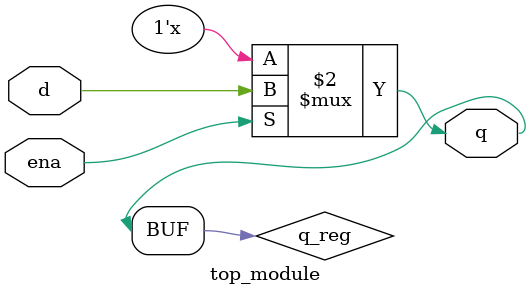
<source format=v>

module top_module(
    input d,
    input ena,
    output q
);

reg q_reg;

// 아래 sensitivity list를 보면 negedge posedge 이런게 없음
// sensitivity list는 평소에 많이 보는 edge sensitive도 있지만
// level sensitive도 있음 그냥 S.L.이 high일때 활성화 시키는 if문 같은 놈임
always @(d or ena) begin 
    if (ena) begin
        q_reg <= d;
    end
end

// 이 S.L.을 퉁쳐서 *로 간략화 가능함
//always @(*) begin <-- 이렇게
//    if (ena) begin
//        q_reg <= d;
//    end
//end

assign q = q_reg;

endmodule

</source>
